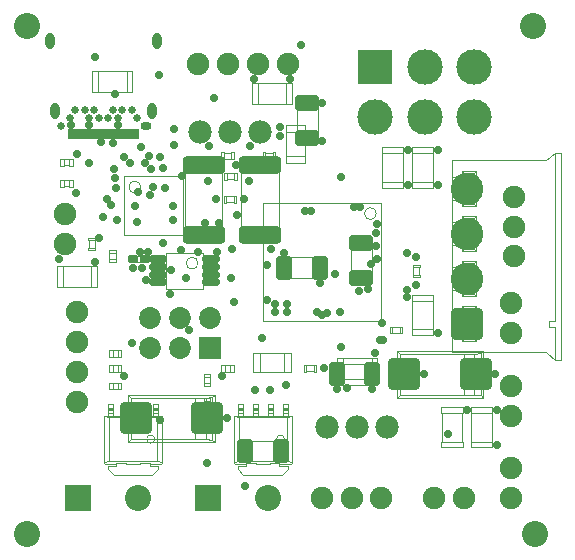
<source format=gbs>
G04 Layer_Color=16711935*
%FSLAX44Y44*%
%MOMM*%
G71*
G01*
G75*
%ADD32C,0.0500*%
%ADD33C,0.1000*%
%ADD39O,0.8000X1.4000*%
%ADD40C,0.6500*%
%ADD41O,0.9500X0.6500*%
G04:AMPARAMS|DCode=76|XSize=2.0032mm|YSize=1.3532mm|CornerRadius=0.2454mm|HoleSize=0mm|Usage=FLASHONLY|Rotation=0.000|XOffset=0mm|YOffset=0mm|HoleType=Round|Shape=RoundedRectangle|*
%AMROUNDEDRECTD76*
21,1,2.0032,0.8625,0,0,0.0*
21,1,1.5125,1.3532,0,0,0.0*
1,1,0.4907,0.7562,-0.4313*
1,1,0.4907,-0.7562,-0.4313*
1,1,0.4907,-0.7562,0.4313*
1,1,0.4907,0.7562,0.4313*
%
%ADD76ROUNDEDRECTD76*%
G04:AMPARAMS|DCode=80|XSize=2.0032mm|YSize=1.3532mm|CornerRadius=0.2454mm|HoleSize=0mm|Usage=FLASHONLY|Rotation=90.000|XOffset=0mm|YOffset=0mm|HoleType=Round|Shape=RoundedRectangle|*
%AMROUNDEDRECTD80*
21,1,2.0032,0.8625,0,0,90.0*
21,1,1.5125,1.3532,0,0,90.0*
1,1,0.4907,0.4313,0.7562*
1,1,0.4907,0.4313,-0.7562*
1,1,0.4907,-0.4313,-0.7562*
1,1,0.4907,-0.4313,0.7562*
%
%ADD80ROUNDEDRECTD80*%
G04:AMPARAMS|DCode=90|XSize=0.7032mm|YSize=0.8032mm|CornerRadius=0.1516mm|HoleSize=0mm|Usage=FLASHONLY|Rotation=270.000|XOffset=0mm|YOffset=0mm|HoleType=Round|Shape=RoundedRectangle|*
%AMROUNDEDRECTD90*
21,1,0.7032,0.5000,0,0,270.0*
21,1,0.4000,0.8032,0,0,270.0*
1,1,0.3032,-0.2500,-0.2000*
1,1,0.3032,-0.2500,0.2000*
1,1,0.3032,0.2500,0.2000*
1,1,0.3032,0.2500,-0.2000*
%
%ADD90ROUNDEDRECTD90*%
%ADD92C,1.9812*%
%ADD93C,1.9032*%
%ADD94C,2.7432*%
G04:AMPARAMS|DCode=95|XSize=2.7432mm|YSize=2.7432mm|CornerRadius=0.4191mm|HoleSize=0mm|Usage=FLASHONLY|Rotation=0.000|XOffset=0mm|YOffset=0mm|HoleType=Round|Shape=RoundedRectangle|*
%AMROUNDEDRECTD95*
21,1,2.7432,1.9050,0,0,0.0*
21,1,1.9050,2.7432,0,0,0.0*
1,1,0.8382,0.9525,-0.9525*
1,1,0.8382,-0.9525,-0.9525*
1,1,0.8382,-0.9525,0.9525*
1,1,0.8382,0.9525,0.9525*
%
%ADD95ROUNDEDRECTD95*%
%ADD96C,2.2032*%
%ADD97C,1.8542*%
%ADD98R,1.8542X1.8542*%
%ADD99C,2.2032*%
%ADD100R,2.2032X2.2032*%
%ADD101R,3.0032X3.0032*%
%ADD102C,3.0032*%
%ADD103C,0.7112*%
G04:AMPARAMS|DCode=104|XSize=3.5532mm|YSize=1.4532mm|CornerRadius=0.2579mm|HoleSize=0mm|Usage=FLASHONLY|Rotation=0.000|XOffset=0mm|YOffset=0mm|HoleType=Round|Shape=RoundedRectangle|*
%AMROUNDEDRECTD104*
21,1,3.5532,0.9375,0,0,0.0*
21,1,3.0375,1.4532,0,0,0.0*
1,1,0.5157,1.5188,-0.4688*
1,1,0.5157,-1.5188,-0.4688*
1,1,0.5157,-1.5188,0.4688*
1,1,0.5157,1.5188,0.4688*
%
%ADD104ROUNDEDRECTD104*%
G04:AMPARAMS|DCode=105|XSize=2.6532mm|YSize=2.7532mm|CornerRadius=0.3466mm|HoleSize=0mm|Usage=FLASHONLY|Rotation=90.000|XOffset=0mm|YOffset=0mm|HoleType=Round|Shape=RoundedRectangle|*
%AMROUNDEDRECTD105*
21,1,2.6532,2.0600,0,0,90.0*
21,1,1.9600,2.7532,0,0,90.0*
1,1,0.6932,1.0300,0.9800*
1,1,0.6932,1.0300,-0.9800*
1,1,0.6932,-1.0300,-0.9800*
1,1,0.6932,-1.0300,0.9800*
%
%ADD105ROUNDEDRECTD105*%
%ADD106O,1.5532X0.7032*%
%ADD107R,0.5032X0.9032*%
D32*
X610500Y1084450D02*
G03*
X608400Y1086550I-2100J0D01*
G01*
Y1063450D02*
G03*
X610500Y1065550I0J2100D01*
G01*
Y1122550D02*
G03*
X608400Y1124650I-2100J0D01*
G01*
X610500Y1008250D02*
G03*
X608400Y1010350I-2100J0D01*
G01*
X610500Y1046350D02*
G03*
X608400Y1048450I-2100J0D01*
G01*
Y1101550D02*
G03*
X610500Y1103650I0J2100D01*
G01*
X608400Y1139650D02*
G03*
X610500Y1141750I0J2100D01*
G01*
X608400Y1025350D02*
G03*
X610500Y1027450I0J2100D01*
G01*
X458377Y920000D02*
G03*
X458377Y920000I-3377J0D01*
G01*
X348377D02*
G03*
X348377Y920000I-3377J0D01*
G01*
X457000Y901000D02*
Y919000D01*
X452000Y901000D02*
Y919000D01*
X457000D01*
X452000Y901000D02*
X457000D01*
X423000D02*
Y919000D01*
X428000Y901000D02*
Y919000D01*
X423000D02*
X428000D01*
X423000Y901000D02*
X428000D01*
Y918800D02*
X452000D01*
X428000Y901200D02*
X452000D01*
X552000Y962500D02*
X553500D01*
X552000Y970000D02*
X553500D01*
X626500Y962500D02*
X628000D01*
X626500Y970000D02*
X628000D01*
X552000Y962500D02*
Y987500D01*
X553500D01*
X552000Y980000D02*
X553500D01*
X628000Y962500D02*
Y987500D01*
X626500D02*
X628000D01*
X626500Y980000D02*
X628000D01*
X626700Y970000D02*
Y980000D01*
X553300Y970000D02*
Y980000D01*
X553500Y994750D02*
X555990Y992260D01*
X553500Y955250D02*
Y994750D01*
Y955250D02*
X555990Y957739D01*
Y992260D01*
X610010Y992267D02*
X619068D01*
X624706Y992956D01*
X626500Y994750D01*
X553500D02*
X626500D01*
X555990Y992260D02*
X610010Y992267D01*
Y980753D02*
Y992267D01*
X555990Y957739D02*
X610010Y957732D01*
X553500Y955250D02*
X626500D01*
X624706Y957044D02*
X626500Y955250D01*
X619068Y957732D02*
X624706Y957044D01*
X610010Y957732D02*
X619068D01*
X610010D02*
Y969247D01*
X619011D02*
Y980753D01*
X610010Y969247D02*
X619068D01*
X610010Y980753D02*
X619068D01*
Y957732D02*
Y969247D01*
X624706Y957044D02*
Y992956D01*
X619068Y980753D02*
Y992267D01*
X626500Y955250D02*
Y994750D01*
X618500Y1119150D02*
Y1145150D01*
X600500Y1025350D02*
X608400D01*
X600500Y1063450D02*
X608400D01*
X610500Y1119150D02*
X618500D01*
X620600Y1117050D01*
X600500Y1124650D02*
X608400D01*
X610500Y1107050D02*
X618500D01*
X610500Y1103650D02*
Y1107050D01*
X608400Y1109150D02*
X610500Y1107050D01*
Y1004850D02*
X618500D01*
X600500Y1101550D02*
X608400D01*
X610500Y1042950D02*
X618500D01*
X600500Y1010350D02*
X608400D01*
X600500Y1139650D02*
X608400D01*
X618500Y1004850D02*
Y1030850D01*
Y1004850D02*
X620600Y1002750D01*
X618500Y1081050D02*
Y1107050D01*
X620600Y1109150D01*
X610500Y1030850D02*
X618500D01*
X620600Y1032950D01*
X610500Y1027450D02*
Y1030850D01*
X608400Y1032950D02*
X610500Y1030850D01*
Y1119150D02*
Y1122550D01*
X608400Y1117050D02*
X610500Y1119150D01*
X618500Y1042950D02*
Y1068950D01*
Y1042950D02*
X620600Y1040850D01*
X600500Y1048450D02*
X608400D01*
X610500Y1004850D02*
Y1008250D01*
X608400Y1002750D02*
X610500Y1004850D01*
Y1141750D02*
Y1145150D01*
X600500Y1086550D02*
X608400D01*
X610500Y1042950D02*
Y1046350D01*
X608400Y1040850D02*
X610500Y1042950D01*
Y1081050D02*
Y1084450D01*
Y1081050D02*
X618500D01*
X608400Y1078950D02*
X610500Y1081050D01*
X618500D02*
X620600Y1078950D01*
X610500Y1068950D02*
X618500D01*
X620600Y1071050D01*
X610500Y1065550D02*
Y1068950D01*
X608400Y1071050D02*
X610500Y1068950D01*
X608400Y1002750D02*
X620600D01*
X600500Y993750D02*
Y1156250D01*
Y993750D02*
X679500D01*
X687500Y987350D01*
X679500Y1156250D02*
X687500Y1162650D01*
X600500Y1156250D02*
X679500D01*
X620600Y1117050D02*
Y1147250D01*
X608400Y1117050D02*
X620600D01*
X608400Y1109150D02*
X620600D01*
Y1078950D02*
Y1109150D01*
X608400Y1078950D02*
X620600D01*
X608400Y1071050D02*
X620600D01*
Y1040850D02*
Y1071050D01*
X608400Y1040850D02*
X620600D01*
X608400Y1032950D02*
X620600D01*
Y1002750D02*
Y1032950D01*
X610500Y1145150D02*
X618500D01*
X620600Y1147250D01*
X608400D02*
X620600D01*
X608400D02*
X610500Y1145150D01*
X608400Y1078950D02*
Y1086550D01*
X600500Y1084450D02*
X610500D01*
X600500Y1065550D02*
X610500D01*
X608400Y1063450D02*
Y1071050D01*
Y1117050D02*
Y1124650D01*
X600500Y1122550D02*
X610500D01*
X608400Y1002750D02*
Y1010350D01*
X600500Y1008250D02*
X610500D01*
X608400Y1040850D02*
Y1048450D01*
X600500Y1046350D02*
X610500D01*
X600500Y1103650D02*
X610500D01*
X608400Y1101550D02*
Y1109150D01*
X600500Y1141750D02*
X610500D01*
X608400Y1139650D02*
Y1147250D01*
X600500Y1027450D02*
X610500D01*
X608400Y1025350D02*
Y1032950D01*
X692500Y987350D02*
Y1162650D01*
X687500Y1020350D02*
Y1162650D01*
X692500D01*
X682500Y1015350D02*
Y1020350D01*
Y1015350D02*
X687500D01*
Y987350D02*
Y1015350D01*
Y987350D02*
X692500D01*
X682500Y1020350D02*
X687500D01*
X566000Y1133000D02*
X584000D01*
X566000Y1138000D02*
X584000D01*
X566000Y1133000D02*
Y1138000D01*
X584000Y1133000D02*
Y1138000D01*
X566000Y1167000D02*
X584000D01*
X566000Y1162000D02*
X584000D01*
X566000D02*
Y1167000D01*
X584000Y1162000D02*
Y1167000D01*
X566200Y1138000D02*
Y1162000D01*
X583801Y1138000D02*
Y1162000D01*
X317250Y995250D02*
X320250D01*
Y989750D02*
Y995250D01*
X317250Y989750D02*
Y995250D01*
Y989750D02*
X320250D01*
X309750Y995250D02*
X312750D01*
Y989750D02*
Y995250D01*
X309750Y989750D02*
X312750D01*
X309750D02*
Y995250D01*
X312750Y989760D02*
X317250D01*
X312750D02*
X317250Y989765D01*
X312750Y995236D02*
X317250Y995240D01*
X312750Y995236D02*
X317250Y995240D01*
X537000Y971000D02*
Y989000D01*
X532000Y971000D02*
Y989000D01*
Y971000D02*
X537000D01*
X532000Y989000D02*
X537000D01*
X503000Y971000D02*
Y989000D01*
X508000Y971000D02*
Y989000D01*
X503000Y971000D02*
X508000D01*
X503000Y989000D02*
X508000D01*
Y971200D02*
X532000D01*
X508000Y988800D02*
X532000D01*
X514240Y1054118D02*
X532240D01*
X514240Y1059118D02*
X532240D01*
Y1054118D02*
Y1059118D01*
X514240Y1054118D02*
Y1059118D01*
Y1088118D02*
X532240D01*
X514240Y1083118D02*
X532240D01*
Y1088118D01*
X514240Y1083118D02*
Y1088118D01*
X532040Y1059118D02*
Y1083118D01*
X514440Y1059118D02*
Y1083118D01*
X468500Y1207000D02*
X486500D01*
X468500Y1202000D02*
X486500D01*
X468500D02*
Y1207000D01*
X486500Y1202000D02*
Y1207000D01*
X468500Y1173000D02*
X486500D01*
X468500Y1178000D02*
X486500D01*
X468500Y1173000D02*
Y1178000D01*
X486500Y1173000D02*
Y1178000D01*
X468700D02*
Y1202000D01*
X486300Y1178000D02*
Y1202000D01*
X329750Y1069750D02*
Y1075250D01*
X331750Y1069750D02*
Y1075250D01*
X329750Y1069750D02*
X331750D01*
X329750Y1075250D02*
X331750D01*
X338250Y1069750D02*
X340250D01*
X338250Y1075250D02*
X340250D01*
Y1069750D02*
Y1075250D01*
X338250Y1069750D02*
Y1075250D01*
X331750Y1069950D02*
X338250D01*
X331750Y1075050D02*
X338250D01*
X292250Y1090250D02*
X297750D01*
X292250Y1088250D02*
X297750D01*
Y1090250D01*
X292250Y1088250D02*
Y1090250D01*
X297750Y1079750D02*
Y1081750D01*
X292250Y1079750D02*
Y1081750D01*
Y1079750D02*
X297750D01*
X292250Y1081750D02*
X297750D01*
X297550D02*
Y1088250D01*
X292451Y1081750D02*
Y1088250D01*
X500500Y966000D02*
Y984000D01*
X505500Y966000D02*
Y984000D01*
X500500Y966000D02*
X505500D01*
X500500Y984000D02*
X505500D01*
X534500Y966000D02*
Y984000D01*
X529500Y966000D02*
Y984000D01*
Y966000D02*
X534500D01*
X529500Y984000D02*
X534500D01*
X505500Y966200D02*
X529500D01*
X505500Y983800D02*
X529500D01*
X271562Y1157165D02*
X276062Y1157170D01*
X271562Y1157165D02*
X276062Y1157170D01*
X271562Y1151690D02*
X276062Y1151695D01*
X271562Y1151690D02*
X276062D01*
X268562Y1151680D02*
Y1157180D01*
Y1151680D02*
X271562D01*
Y1157180D01*
X268562D02*
X271562D01*
X276062Y1151680D02*
X279062D01*
X276062D02*
Y1157180D01*
X279062Y1151680D02*
Y1157180D01*
X276062D02*
X279062D01*
X430500Y1203500D02*
Y1221500D01*
X435500Y1203500D02*
Y1221500D01*
X430500D02*
X435500D01*
X430500Y1203500D02*
X435500D01*
X464500D02*
Y1221500D01*
X459500Y1203500D02*
Y1221500D01*
X464500D01*
X459500Y1203500D02*
X464500D01*
X435500Y1221300D02*
X459500D01*
X435500Y1203700D02*
X459500D01*
X460031Y901425D02*
Y938575D01*
X464500Y939372D01*
Y900075D02*
Y939500D01*
X460031Y901425D02*
X464500Y900628D01*
X415500Y900075D02*
X416425Y899150D01*
X415500Y900075D02*
Y939500D01*
Y900628D02*
X419969Y901425D01*
X460031D01*
X463575Y899150D02*
X464500Y900075D01*
X454000Y899150D02*
X463575D01*
X446000Y899724D02*
X454000D01*
X434000Y899150D02*
X446000D01*
X426000Y899724D02*
X434000D01*
X416425Y899150D02*
X426000D01*
X415500Y939372D02*
X419969Y938575D01*
Y901425D02*
Y938575D01*
X415500Y939500D02*
X464500D01*
X419969Y938575D02*
X460031D01*
X418850Y942166D02*
X423050D01*
X418850Y945064D02*
X423050D01*
Y939500D02*
Y950000D01*
X418850Y939500D02*
Y950000D01*
X431550Y942166D02*
X435750D01*
X431550Y939500D02*
Y950000D01*
Y945064D02*
X435750D01*
Y939500D02*
Y950000D01*
X444250Y942166D02*
X448450D01*
X444250Y945064D02*
X448450D01*
X444250Y939500D02*
Y950000D01*
X448450Y939500D02*
Y950000D01*
X456950Y942166D02*
X461150D01*
X456950Y945064D02*
X461150D01*
Y939500D02*
Y950000D01*
X456950Y939500D02*
Y950000D01*
X418850Y945432D02*
X423050D01*
X431550D02*
X435750D01*
X444250D02*
X448450D01*
X456950D02*
X461150D01*
X418850Y946311D02*
X423050D01*
X431550D02*
X435750D01*
X444250D02*
X448450D01*
X456950D02*
X461150D01*
X434000Y899000D02*
Y899724D01*
Y899000D02*
X446000D01*
Y899724D01*
X454000Y897000D02*
Y899724D01*
Y897000D02*
X461000D01*
Y894500D02*
Y897000D01*
X456500Y890000D02*
X461000Y894500D01*
X423500Y890000D02*
X456500D01*
X419000Y894500D02*
X423500Y890000D01*
X419000Y894500D02*
Y897000D01*
X426000D02*
Y899724D01*
X419000Y897000D02*
X426000D01*
X418850Y950000D02*
X423050D01*
X431550D02*
X435750D01*
X444250D02*
X448450D01*
X456950D02*
X461150D01*
X350031Y901425D02*
Y938575D01*
X354500Y939372D01*
Y900075D02*
Y939500D01*
X350031Y901425D02*
X354500Y900628D01*
X305500Y900075D02*
X306425Y899150D01*
X305500Y900075D02*
Y939500D01*
Y900628D02*
X309969Y901425D01*
X350031D01*
X353576Y899150D02*
X354500Y900075D01*
X344000Y899150D02*
X353576D01*
X336000Y899724D02*
X344000D01*
X324000Y899150D02*
X336000D01*
X316000Y899724D02*
X324000D01*
X306425Y899150D02*
X316000D01*
X305500Y939372D02*
X309969Y938575D01*
Y901425D02*
Y938575D01*
X305500Y939500D02*
X354500D01*
X309969Y938575D02*
X350031D01*
X308850Y942166D02*
X313050D01*
X308850Y945064D02*
X313050D01*
Y939500D02*
Y950000D01*
X308850Y939500D02*
Y950000D01*
X321550Y942166D02*
X325750D01*
X321550Y939500D02*
Y950000D01*
Y945064D02*
X325750D01*
Y939500D02*
Y950000D01*
X334250Y942166D02*
X338450D01*
X334250Y945064D02*
X338450D01*
X334250Y939500D02*
Y950000D01*
X338450Y939500D02*
Y950000D01*
X346950Y942166D02*
X351150D01*
X346950Y945064D02*
X351150D01*
Y939500D02*
Y950000D01*
X346950Y939500D02*
Y950000D01*
X308850Y945432D02*
X313050D01*
X321550D02*
X325750D01*
X334250D02*
X338450D01*
X346950D02*
X351150D01*
X308850Y946311D02*
X313050D01*
X321550D02*
X325750D01*
X334250D02*
X338450D01*
X346950D02*
X351150D01*
X324000Y899000D02*
Y899724D01*
Y899000D02*
X336000D01*
Y899724D01*
X344000Y897000D02*
Y899724D01*
Y897000D02*
X351000D01*
Y894500D02*
Y897000D01*
X346500Y890000D02*
X351000Y894500D01*
X313500Y890000D02*
X346500D01*
X309000Y894500D02*
X313500Y890000D01*
X309000Y894500D02*
Y897000D01*
X316000D02*
Y899724D01*
X309000Y897000D02*
X316000D01*
X308850Y950000D02*
X313050D01*
X321550D02*
X325750D01*
X334250D02*
X338450D01*
X346950D02*
X351150D01*
X616000Y947000D02*
X634000D01*
X616000Y942000D02*
X634000D01*
Y947000D01*
X616000Y942000D02*
Y947000D01*
Y913000D02*
X634000D01*
X616000Y918000D02*
X634000D01*
Y913000D02*
Y918000D01*
X616000Y913000D02*
Y918000D01*
X633800D02*
Y942000D01*
X616200Y918000D02*
Y942000D01*
X591000Y947000D02*
X609000D01*
X591000Y942000D02*
X609000D01*
Y947000D01*
X591000Y942000D02*
Y947000D01*
Y913000D02*
X609000D01*
X591000Y918000D02*
X609000D01*
Y913000D02*
Y918000D01*
X591000Y913000D02*
Y918000D01*
X608800D02*
Y942000D01*
X591200Y918000D02*
Y942000D01*
X295500Y1213500D02*
Y1231500D01*
X300500Y1213500D02*
Y1231500D01*
X295500D02*
X300500D01*
X295500Y1213500D02*
X300500D01*
X329500D02*
Y1231500D01*
X324500Y1213500D02*
Y1231500D01*
X329500D01*
X324500Y1213500D02*
X329500D01*
X300500Y1231300D02*
X324500D01*
X300500Y1213700D02*
X324500D01*
X541000Y1167000D02*
X559000D01*
X541000Y1162000D02*
X559000D01*
Y1167000D01*
X541000Y1162000D02*
Y1167000D01*
Y1133000D02*
X559000D01*
X541000Y1138000D02*
X559000D01*
Y1133000D02*
Y1138000D01*
X541000Y1133000D02*
Y1138000D01*
X558800D02*
Y1162000D01*
X541200Y1138000D02*
Y1162000D01*
X271308Y1139385D02*
X275808Y1139390D01*
X271308Y1139385D02*
X275808Y1139390D01*
X271308Y1133910D02*
X275808Y1133915D01*
X271308Y1133910D02*
X275808D01*
X268308Y1133900D02*
Y1139400D01*
Y1133900D02*
X271308D01*
Y1139400D01*
X268308D02*
X271308D01*
X275808Y1133900D02*
X278808D01*
X275808D02*
Y1139400D01*
X278808Y1133900D02*
Y1139400D01*
X275808D02*
X278808D01*
X389750Y972250D02*
Y975250D01*
X395250D01*
X389750Y972250D02*
X395250D01*
Y975250D01*
X389750Y964750D02*
Y967750D01*
X395250D01*
Y964750D02*
Y967750D01*
X389750Y964750D02*
X395250D01*
X395240Y967750D02*
Y972250D01*
X395235D02*
X395240Y967750D01*
X389760Y972250D02*
X389765Y967750D01*
X389760Y972250D02*
X389765Y967750D01*
X404750Y977250D02*
X407750D01*
X404750D02*
Y982750D01*
X407750Y977250D02*
Y982750D01*
X404750D02*
X407750D01*
X412250Y977250D02*
X415250D01*
X412250D02*
Y982750D01*
X415250D01*
Y977250D02*
Y982750D01*
X407750Y982740D02*
X412250D01*
X407750Y982735D02*
X412250Y982740D01*
X407750Y977260D02*
X412250Y977265D01*
X407750Y977260D02*
X412250Y977265D01*
X395250Y944750D02*
Y947750D01*
X389750Y944750D02*
X395250D01*
X389750Y947750D02*
X395250D01*
X389750Y944750D02*
Y947750D01*
X395250Y952250D02*
Y955250D01*
X389750Y952250D02*
X395250D01*
X389750D02*
Y955250D01*
X395250D01*
X389760Y947750D02*
Y952250D01*
X389765Y947750D01*
X395235Y952250D02*
X395240Y947750D01*
X395235Y952250D02*
X395240Y947750D01*
X459260Y1180251D02*
X459264Y1159750D01*
X459260Y1180251D02*
X459264Y1159750D01*
X475735Y1180251D02*
X475740Y1159750D01*
Y1180251D01*
X459250Y1153750D02*
X475750D01*
Y1159750D01*
X459250D02*
X475750D01*
X459250Y1153750D02*
Y1159750D01*
X475750Y1180251D02*
Y1186251D01*
X459250Y1180251D02*
X475750D01*
X459250Y1186251D02*
X475750D01*
X459250Y1180251D02*
Y1186251D01*
X317250Y982750D02*
X320250D01*
Y977250D02*
Y982750D01*
X317250Y977250D02*
Y982750D01*
Y977250D02*
X320250D01*
X309750Y982750D02*
X312750D01*
Y977250D02*
Y982750D01*
X309750Y977250D02*
X312750D01*
X309750D02*
Y982750D01*
X312750Y977260D02*
X317250D01*
X312750D02*
X317250Y977265D01*
X312750Y982735D02*
X317250Y982740D01*
X312750Y982735D02*
X317250Y982740D01*
X309750Y962250D02*
X312750D01*
X309750D02*
Y967750D01*
X312750Y962250D02*
Y967750D01*
X309750D02*
X312750D01*
X317250Y962250D02*
X320250D01*
X317250D02*
Y967750D01*
X320250D01*
Y962250D02*
Y967750D01*
X312750Y967740D02*
X317250D01*
X312750Y967735D02*
X317250Y967740D01*
X312750Y962260D02*
X317250Y962265D01*
X312750Y962260D02*
X317250Y962265D01*
X474750Y977250D02*
Y982750D01*
X476750Y977250D02*
Y982750D01*
X474750D02*
X476750D01*
X474750Y977250D02*
X476750D01*
X483250Y982750D02*
X485250D01*
X483250Y977250D02*
X485250D01*
Y982750D01*
X483250Y977250D02*
Y982750D01*
X476750Y982550D02*
X483250D01*
X476750Y977450D02*
X483250D01*
X567250Y1067750D02*
X572750D01*
X567250Y1065750D02*
X572750D01*
Y1067750D01*
X567250Y1065750D02*
Y1067750D01*
X572750Y1057250D02*
Y1059250D01*
X567250Y1057250D02*
Y1059250D01*
Y1057250D02*
X572750D01*
X567250Y1059250D02*
X572750D01*
X572550D02*
Y1065750D01*
X567450Y1059250D02*
Y1065750D01*
X450249Y1157250D02*
Y1162750D01*
X448250Y1157250D02*
Y1162750D01*
Y1157250D02*
X450249D01*
X448250Y1162750D02*
X450249D01*
X439750Y1157250D02*
X441750D01*
X439750Y1162750D02*
X441750D01*
X439750Y1157250D02*
Y1162750D01*
X441750Y1157250D02*
Y1162750D01*
Y1157450D02*
X448250D01*
X441750Y1162550D02*
X448250D01*
X437250Y976760D02*
X457750Y976765D01*
X437250Y976760D02*
X457750Y976765D01*
X437250Y993235D02*
X457750Y993240D01*
X437250D02*
X457750D01*
X463750Y976750D02*
Y993250D01*
X457750D02*
X463750D01*
X457750Y976750D02*
Y993250D01*
Y976750D02*
X463750D01*
X431250Y993250D02*
X437250D01*
Y976750D02*
Y993250D01*
X431250Y976750D02*
Y993250D01*
Y976750D02*
X437250D01*
X404750Y1157250D02*
Y1162750D01*
X406750Y1157250D02*
Y1162750D01*
X404750D02*
X406750D01*
X404750Y1157250D02*
X406750D01*
X413250Y1162750D02*
X415250D01*
X413250Y1157250D02*
X415250D01*
Y1162750D01*
X413250Y1157250D02*
Y1162750D01*
X406750Y1162550D02*
X413250D01*
X406750Y1157450D02*
X413250D01*
X407250Y1139750D02*
Y1145250D01*
X409250Y1139750D02*
Y1145250D01*
X407250D02*
X409250D01*
X407250Y1139750D02*
X409250D01*
X415750Y1145250D02*
X417750D01*
X415750Y1139750D02*
X417750D01*
Y1145250D01*
X415750Y1139750D02*
Y1145250D01*
X409250Y1145050D02*
X415750D01*
X409250Y1139950D02*
X415750D01*
X406992Y1120184D02*
Y1125684D01*
X408992Y1120184D02*
Y1125684D01*
X406992D02*
X408992D01*
X406992Y1120184D02*
X408992D01*
X415492Y1125684D02*
X417492D01*
X415492Y1120184D02*
X417492D01*
Y1125684D01*
X415492Y1120184D02*
Y1125684D01*
X408992Y1125484D02*
X415492D01*
X408992Y1120384D02*
X415492D01*
X309760Y1077250D02*
X309765Y1072750D01*
X309760Y1077250D02*
X309765Y1072750D01*
X315235Y1077250D02*
X315240Y1072750D01*
Y1077250D01*
X309749Y1069750D02*
X315250D01*
Y1072750D01*
X309749D02*
X315250D01*
X309749Y1069750D02*
Y1072750D01*
X315250Y1077250D02*
Y1080250D01*
X309749Y1077250D02*
X315250D01*
X309749Y1080250D02*
X315250D01*
X309749Y1077250D02*
Y1080250D01*
X547250Y1009750D02*
Y1015250D01*
X549250Y1009750D02*
Y1015250D01*
X547250D02*
X549250D01*
X547250Y1009750D02*
X549250D01*
X555751Y1015250D02*
X557751D01*
X555751Y1009750D02*
X557751D01*
Y1015250D01*
X555751Y1009750D02*
Y1015250D01*
X549250Y1015050D02*
X555751D01*
X549250Y1009950D02*
X555751D01*
X324500Y925000D02*
X326000D01*
X324500Y932500D02*
X326000D01*
X399000Y925000D02*
X400500D01*
X399000Y932500D02*
X400500D01*
X324500Y925000D02*
Y950000D01*
X326000D01*
X324500Y942500D02*
X326000D01*
X400500Y925000D02*
Y950000D01*
X399000D02*
X400500D01*
X399000Y942500D02*
X400500D01*
X399200Y932500D02*
Y942500D01*
X325800Y932500D02*
Y942500D01*
X326000Y957250D02*
X328490Y954761D01*
X326000Y917750D02*
Y957250D01*
Y917750D02*
X328490Y920239D01*
Y954761D01*
X382510Y954768D02*
X391568D01*
X397206Y955457D01*
X399000Y957250D01*
X326000D02*
X399000D01*
X328490Y954761D02*
X382510Y954768D01*
Y943253D02*
Y954768D01*
X328490Y920239D02*
X382510Y920232D01*
X326000Y917750D02*
X399000D01*
X397206Y919544D02*
X399000Y917750D01*
X391568Y920232D02*
X397206Y919544D01*
X382510Y920232D02*
X391568D01*
X382510D02*
Y931747D01*
X391511D02*
Y943253D01*
X382510Y931747D02*
X391568D01*
X382510Y943253D02*
X391568D01*
Y920232D02*
Y931747D01*
X397206Y919544D02*
Y955457D01*
X391568Y943253D02*
Y954768D01*
X399000Y917750D02*
Y957250D01*
X566000Y1008000D02*
X584000D01*
X566000Y1013000D02*
X584000D01*
X566000Y1008000D02*
Y1013000D01*
X584000Y1008000D02*
Y1013000D01*
X566000Y1042001D02*
X584000D01*
X566000Y1037000D02*
X584000D01*
X566000D02*
Y1042001D01*
X584000Y1037000D02*
Y1042001D01*
X566200Y1013000D02*
Y1037000D01*
X583800Y1013000D02*
Y1037000D01*
X489948Y1056276D02*
Y1074276D01*
X484948Y1056276D02*
Y1074276D01*
X489948D01*
X484948Y1056276D02*
X489948D01*
X455947D02*
Y1074276D01*
X460947Y1056276D02*
Y1074276D01*
X455947D02*
X460947D01*
X455947Y1056276D02*
X460947D01*
Y1074076D02*
X484948D01*
X460947Y1056476D02*
X484948D01*
X265500Y1048500D02*
Y1066500D01*
X270500Y1048500D02*
Y1066500D01*
X265500D02*
X270500D01*
X265500Y1048500D02*
X270500D01*
X299500D02*
Y1066500D01*
X294500Y1048500D02*
Y1066500D01*
X299500D01*
X294500Y1048500D02*
X299500D01*
X270500Y1066300D02*
X294500D01*
X270500Y1048700D02*
X294500D01*
D33*
X336500Y1133500D02*
G03*
X336500Y1133500I-5000J0D01*
G01*
X536000Y1111000D02*
G03*
X536000Y1111000I-5000J0D01*
G01*
X385000Y1069000D02*
G03*
X385000Y1069000I-5000J0D01*
G01*
X421750Y1091000D02*
Y1154000D01*
X453250Y1091000D02*
Y1154000D01*
X421750D02*
X453250D01*
X421750Y1091000D02*
X453250D01*
X374250Y1091000D02*
Y1154000D01*
X405750Y1091000D02*
Y1154000D01*
X374250D02*
X405750D01*
X374250Y1091000D02*
X405750D01*
X322500Y1092500D02*
Y1142500D01*
X372500Y1092500D02*
Y1142500D01*
X322500D02*
X372500D01*
X322500Y1092500D02*
X372500D01*
X440000Y1020000D02*
Y1120000D01*
X540000Y1020000D02*
Y1120000D01*
X440000Y1020000D02*
X540000D01*
X440000Y1120000D02*
X540000D01*
X358000Y1047000D02*
X389000D01*
X358000Y1078000D02*
X389000D01*
X358000Y1047000D02*
Y1078000D01*
X389000Y1047000D02*
Y1078000D01*
D39*
X349900Y1257000D02*
D03*
X260100D02*
D03*
X346300Y1197500D02*
D03*
X263700D02*
D03*
D40*
X277000Y1191500D02*
D03*
X333000D02*
D03*
X281000Y1198500D02*
D03*
X329000D02*
D03*
X321000D02*
D03*
X289000D02*
D03*
X297000D02*
D03*
X313000D02*
D03*
X293000Y1191500D02*
D03*
X317000D02*
D03*
X309000D02*
D03*
X301000D02*
D03*
X269000Y1185000D02*
D03*
D41*
X341000D02*
D03*
D76*
X523240Y1056118D02*
D03*
Y1086118D02*
D03*
X477500Y1205000D02*
D03*
Y1175000D02*
D03*
D80*
X455000Y910000D02*
D03*
X425000D02*
D03*
X502500Y975000D02*
D03*
X532500D02*
D03*
X487948Y1065275D02*
D03*
X457947D02*
D03*
D90*
X330000Y1072500D02*
D03*
X340000D02*
D03*
D92*
X545400Y930000D02*
D03*
X520000D02*
D03*
X494600D02*
D03*
X387101Y1180000D02*
D03*
X412501D02*
D03*
X437901D02*
D03*
D93*
X490000Y870000D02*
D03*
X515000D02*
D03*
X540000D02*
D03*
X282500Y976700D02*
D03*
Y1002100D02*
D03*
Y1027500D02*
D03*
Y951300D02*
D03*
X650000Y870000D02*
D03*
Y895400D02*
D03*
X610000Y870000D02*
D03*
X584600D02*
D03*
X652500Y1075000D02*
D03*
Y1100000D02*
D03*
Y1125000D02*
D03*
X650000Y1010000D02*
D03*
Y1035400D02*
D03*
Y940000D02*
D03*
Y965400D02*
D03*
X272500Y1085000D02*
D03*
Y1110400D02*
D03*
X435800Y1237500D02*
D03*
X410400D02*
D03*
X385000D02*
D03*
X461200D02*
D03*
D94*
X612500Y1132150D02*
D03*
Y1094050D02*
D03*
Y1055950D02*
D03*
D95*
Y1017850D02*
D03*
D96*
X240000Y840000D02*
D03*
X670000D02*
D03*
X668274Y1269492D02*
D03*
X240000Y1270000D02*
D03*
D97*
X344600Y1022700D02*
D03*
Y997300D02*
D03*
X370000Y1022700D02*
D03*
Y997300D02*
D03*
X395400Y1022700D02*
D03*
D98*
Y997300D02*
D03*
D99*
X444200Y870000D02*
D03*
X334200D02*
D03*
D100*
X393400D02*
D03*
X283400D02*
D03*
D101*
X535000Y1235000D02*
D03*
D102*
X577001D02*
D03*
X619001D02*
D03*
X535000Y1192999D02*
D03*
X577001D02*
D03*
X619001D02*
D03*
D103*
X494284Y1027176D02*
D03*
X505000Y1027500D02*
D03*
X485902Y1027430D02*
D03*
X450000Y1027500D02*
D03*
X450088Y1034034D02*
D03*
X460248Y1034796D02*
D03*
X460000Y1027500D02*
D03*
X522025Y1116825D02*
D03*
X480822Y1113536D02*
D03*
X475234Y1113282D02*
D03*
X517144Y1116838D02*
D03*
X454660Y1184402D02*
D03*
X454689Y1176881D02*
D03*
X322540Y973190D02*
D03*
X529082Y1046890D02*
D03*
X490220Y1025000D02*
D03*
X540766Y1018286D02*
D03*
X329040Y1001690D02*
D03*
X361810Y1063210D02*
D03*
X330000Y1065274D02*
D03*
X490310Y1172460D02*
D03*
X352540Y1158720D02*
D03*
X314800Y1212230D02*
D03*
X536050Y1083578D02*
D03*
X538988Y1003808D02*
D03*
X391160Y1102614D02*
D03*
X402844D02*
D03*
X415290Y1036066D02*
D03*
X443810Y1067460D02*
D03*
X439166Y1005242D02*
D03*
X446808Y1081024D02*
D03*
X371856Y1142492D02*
D03*
X569976Y1050798D02*
D03*
X531368Y1068070D02*
D03*
X345080Y1149096D02*
D03*
X562356Y1078000D02*
D03*
X596646Y924560D02*
D03*
X363474Y1117346D02*
D03*
X304800Y1108202D02*
D03*
X521182Y1045464D02*
D03*
X331470Y1117346D02*
D03*
X363474Y1105662D02*
D03*
X370840Y1079754D02*
D03*
X374904Y1056640D02*
D03*
X337058Y1167130D02*
D03*
X352298Y1228344D02*
D03*
X343154Y1160018D02*
D03*
X315468Y1132332D02*
D03*
X311785Y1118235D02*
D03*
X587811Y1135000D02*
D03*
X490310Y1205000D02*
D03*
X562810Y1135000D02*
D03*
X432500Y1225310D02*
D03*
X506000Y1142310D02*
D03*
X636810Y975000D02*
D03*
X562190Y1040001D02*
D03*
X637810Y915000D02*
D03*
X562310Y1046000D02*
D03*
X428583Y1138936D02*
D03*
X317500Y1185711D02*
D03*
X292500D02*
D03*
X424052Y1122934D02*
D03*
X535000Y992810D02*
D03*
X532500Y962190D02*
D03*
X506000Y997690D02*
D03*
X491810Y980000D02*
D03*
X297500Y1070310D02*
D03*
X459304Y965691D02*
D03*
X409310Y937500D02*
D03*
X335534Y1078738D02*
D03*
X457708Y1078000D02*
D03*
X418084Y1110000D02*
D03*
X292500Y1153872D02*
D03*
X355000Y1149920D02*
D03*
X312928Y1170432D02*
D03*
X281432Y1128014D02*
D03*
X587811Y1165000D02*
D03*
X562810D02*
D03*
X462500Y1225310D02*
D03*
X536190Y1102000D02*
D03*
X570000Y1074310D02*
D03*
X637810Y945000D02*
D03*
X587810Y1010000D02*
D03*
X393917Y1167892D02*
D03*
X612810Y945000D02*
D03*
X393877Y1138936D02*
D03*
X277500Y1185711D02*
D03*
X576310Y975000D02*
D03*
X487948Y1052465D02*
D03*
X400432Y1122934D02*
D03*
X511556Y962917D02*
D03*
X502500Y962190D02*
D03*
X342620Y1078820D02*
D03*
X443810Y1038000D02*
D03*
X267500Y1072850D02*
D03*
X405000Y973190D02*
D03*
X424688Y880618D02*
D03*
X392500Y900190D02*
D03*
X353082Y936244D02*
D03*
X428917Y1167892D02*
D03*
X541497Y1003808D02*
D03*
X332994Y1104138D02*
D03*
X377444Y1012444D02*
D03*
X334518Y1129030D02*
D03*
X302500Y1171194D02*
D03*
X535432Y1094486D02*
D03*
X282500Y1161796D02*
D03*
X364744Y1182878D02*
D03*
Y1169162D02*
D03*
X308102Y1123696D02*
D03*
X356870Y1132586D02*
D03*
X536190Y1072540D02*
D03*
X339852Y1153668D02*
D03*
X301244Y1090676D02*
D03*
X340614Y1054354D02*
D03*
X337566Y1065022D02*
D03*
X472037Y1253385D02*
D03*
X501396Y1059688D02*
D03*
X361442Y1042670D02*
D03*
X316230Y1105662D02*
D03*
X385064Y1078484D02*
D03*
X401320D02*
D03*
X413004Y1056132D02*
D03*
X413512Y1081024D02*
D03*
X322500Y1158494D02*
D03*
X314256Y1148811D02*
D03*
X346985Y1133475D02*
D03*
X327500Y1154016D02*
D03*
X314960Y1141476D02*
D03*
X344741Y1126871D02*
D03*
X398526Y1209040D02*
D03*
X355092Y1086358D02*
D03*
X416814Y1152398D02*
D03*
X297500Y1243584D02*
D03*
X433650Y961390D02*
D03*
X446350Y961462D02*
D03*
D104*
X437500Y1152500D02*
D03*
Y1092500D02*
D03*
X390000Y1152500D02*
D03*
Y1092500D02*
D03*
D105*
X559750Y975000D02*
D03*
X620250D02*
D03*
X332250Y937500D02*
D03*
X392750D02*
D03*
D106*
X351250Y1052750D02*
D03*
Y1059250D02*
D03*
Y1065750D02*
D03*
Y1072250D02*
D03*
X395750Y1052750D02*
D03*
Y1059250D02*
D03*
Y1065750D02*
D03*
Y1072250D02*
D03*
D107*
X332500Y1178400D02*
D03*
X327500D02*
D03*
X322500D02*
D03*
X317500D02*
D03*
X312500D02*
D03*
X277500D02*
D03*
X282500D02*
D03*
X287500D02*
D03*
X292500D02*
D03*
X297500D02*
D03*
X302500D02*
D03*
X307500D02*
D03*
M02*

</source>
